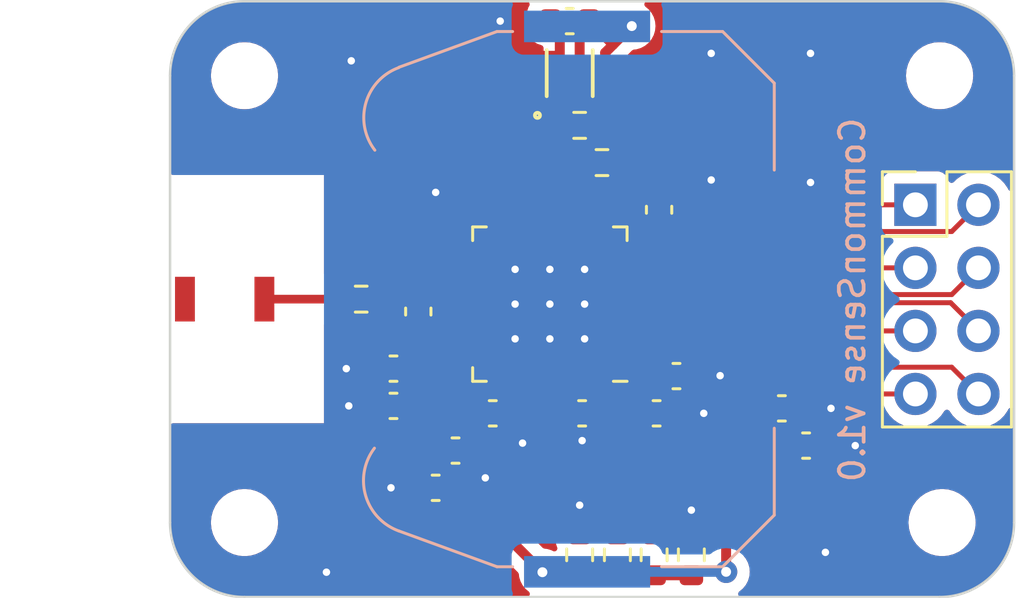
<source format=kicad_pcb>
(kicad_pcb (version 20221018) (generator pcbnew)
  (layers (0 "F.Cu" signal) (31 "B.Cu" signal) (34 "B.Paste" user) (35 "F.Paste" user) (36 "B.SilkS" user "B.Silkscreen") (37 "F.SilkS" user "F.Silkscreen") (38 "B.Mask" user) (39 "F.Mask" user) (44 "Edge.Cuts" user))
  (net 0 "")
  (net 1 "/RF")
  (net 2 "+3V3")
  (net 3 "GND")
  (net 4 "/XL1")
  (net 5 "/XL2")
  (net 6 "/DEC1")
  (net 7 "/DEC4")
  (net 8 "/DEC3")
  (net 9 "/DEC2")
  (net 10 "/XC1")
  (net 11 "/XC2")
  (net 12 "/ANT")
  (net 13 "/LED_RES1")
  (net 14 "/LED_RES2")
  (net 15 "/P0.09")
  (net 16 "/P0.08")
  (net 17 "/P0.07")
  (net 18 "/P0.06")
  (net 19 "/AIN3")
  (net 20 "/AIN2")
  (net 21 "/AIN1")
  (net 22 "/AIN0")
  (net 23 "/STATUS_LED1")
  (net 24 "/STATUS_LED2")
  (net 34 "/RESET")
  (net 35 "/SWDCLK")
  (net 36 "/SWDIO")
  (net 47 "/SDA")
  (net 48 "/SCL")
  (footprint "Capacitor_SMD:C_0603_1608Metric" (layer "F.Cu") (at 145 70.8 180)
    (fp_text reference "C9" hide)
    (fp_text value "N.C." hide)
    (fp_line (start -0.14058 -0.51) (end 0.14058 -0.51) (stroke (width 0.12)) (layer "F.SilkS"))
    (fp_line (start -0.14058 0.51) (end 0.14058 0.51) (stroke (width 0.12)) (layer "F.SilkS"))
    (pad "1" smd roundrect (at -0.775 0 180) (size 0.9 0.95) (layers "F.Cu" "F.Paste" "F.Mask") (net 9 "/DEC2"))
    (pad "2" smd roundrect (at 0.775 0 180) (size 0.9 0.95) (layers "F.Cu" "F.Paste" "F.Mask") (net 3 "GND"))
  )
  (footprint "Capacitor_SMD:C_0603_1608Metric" (layer "F.Cu") (at 156.4 71.1 180)
    (fp_text reference "C3" hide)
    (fp_text value "100n" hide)
    (fp_line (start -0.14058 -0.51) (end 0.14058 -0.51) (stroke (width 0.12)) (layer "F.SilkS"))
    (fp_line (start -0.14058 0.51) (end 0.14058 0.51) (stroke (width 0.12)) (layer "F.SilkS"))
    (pad "1" smd roundrect (at -0.775 0 180) (size 0.9 0.95) (layers "F.Cu" "F.Paste" "F.Mask") (net 3 "GND"))
    (pad "2" smd roundrect (at 0.775 0 180) (size 0.9 0.95) (layers "F.Cu" "F.Paste" "F.Mask") (net 6 "/DEC1"))
  )
  (footprint "MountingHole:MountingHole_2.2mm_M2" (layer "F.Cu") (at 167.1 77)
    (fp_text reference "H4" hide)
    (fp_text value "MountingHole" hide)
    (pad "" np_thru_hole circle locked (at 0 0) (size 2.2 2.2) (drill 2.2) (layers "*.Cu" "*.Mask"))
  )
  (footprint "MountingHole:MountingHole_2.2mm_M2" (layer "F.Cu") (at 139 77)
    (fp_text reference "H1" hide)
    (fp_text value "MountingHole" hide)
    (pad "" np_thru_hole circle locked (at 0 0) (size 2.2 2.2) (drill 2.2) (layers "*.Cu" "*.Mask"))
  )
  (footprint "Connector_PinHeader_2.54mm:PinHeader_2x04_P2.54mm_Vertical" (layer "F.Cu") (at 166.025 64.2)
    (fp_text reference "J1" hide)
    (fp_text value "Conn_02x04_Counter_Clockwise" hide)
    (fp_line (start -1.33 -1.33) (end 0 -1.33) (stroke (width 0.12)) (layer "F.SilkS"))
    (fp_line (start -1.33 0) (end -1.33 -1.33) (stroke (width 0.12)) (layer "F.SilkS"))
    (fp_line (start -1.33 1.27) (end -1.33 8.95) (stroke (width 0.12)) (layer "F.SilkS"))
    (fp_line (start -1.33 1.27) (end 1.27 1.27) (stroke (width 0.12)) (layer "F.SilkS"))
    (fp_line (start -1.33 8.95) (end 3.87 8.95) (stroke (width 0.12)) (layer "F.SilkS"))
    (fp_line (start 1.27 -1.33) (end 3.87 -1.33) (stroke (width 0.12)) (layer "F.SilkS"))
    (fp_line (start 1.27 1.27) (end 1.27 -1.33) (stroke (width 0.12)) (layer "F.SilkS"))
    (fp_line (start 3.87 -1.33) (end 3.87 8.95) (stroke (width 0.12)) (layer "F.SilkS"))
    (pad "1" thru_hole rect (at 0 0) (size 1.7 1.7) (drill 1) (layers "*.Cu" "*.Mask") (net 15 "/P0.09"))
    (pad "2" thru_hole oval (at 2.54 0) (size 1.7 1.7) (drill 1) (layers "*.Cu" "*.Mask") (net 16 "/P0.08"))
    (pad "3" thru_hole oval (at 0 2.54) (size 1.7 1.7) (drill 1) (layers "*.Cu" "*.Mask") (net 17 "/P0.07"))
    (pad "4" thru_hole oval (at 2.54 2.54) (size 1.7 1.7) (drill 1) (layers "*.Cu" "*.Mask") (net 18 "/P0.06"))
    (pad "5" thru_hole oval (at 0 5.08) (size 1.7 1.7) (drill 1) (layers "*.Cu" "*.Mask") (net 20 "/AIN2"))
    (pad "6" thru_hole oval (at 2.54 5.08) (size 1.7 1.7) (drill 1) (layers "*.Cu" "*.Mask") (net 19 "/AIN3"))
    (pad "7" thru_hole oval (at 0 7.62) (size 1.7 1.7) (drill 1) (layers "*.Cu" "*.Mask") (net 22 "/AIN0"))
    (pad "8" thru_hole oval (at 2.54 7.62) (size 1.7 1.7) (drill 1) (layers "*.Cu" "*.Mask") (net 21 "/AIN1"))
  )
  (footprint "encyclopedia_galactica:ECS-.327-12.5-12R-TR" (layer "F.Cu") (at 160.076228 75.527211 180)
    (fp_text reference "Y1" hide)
    (fp_text value " ECS-.327-12.5-12R-TR " hide)
    (pad "1" smd rect (at -0.7 0 180) (size 0.6 1.1) (layers "F.Cu" "F.Paste" "F.Mask") (net 5 "/XL2"))
    (pad "2" smd rect (at 0.7 0 180) (size 0.6 1.1) (layers "F.Cu" "F.Paste" "F.Mask") (net 4 "/XL1"))
  )
  (footprint "encyclopedia_galactica:2108838-1" (layer "F.Cu") (at 135.7 68)
    (fp_text reference "2108838-1" hide)
    (fp_text value "~" hide)
    (pad "1" smd rect (at 4.1 0) (size 0.8 1.8) (layers "F.Cu" "F.Paste" "F.Mask") (net 1 "/RF"))
    (pad "2" smd rect (at 0.9 0) (size 0.8 1.8) (layers "F.Cu" "F.Paste" "F.Mask"))
    (zone (net 0) (net_name "") (layers "*.Cu") (connect_pads (clearance 0)) (min_thickness 0.25)
      (keepout (tracks allowed) (vias not_allowed) (pads allowed) (copperpour not_allowed) (footprints not_allowed))
      (fill (thermal_gap 0.5) (thermal_bridge_width 0.5))
      (polygon (pts (xy 129.2 63) (xy 129.2 73) (xy 142.2 73) (xy 142.2 63)))
    )
  )
  (footprint "MountingHole:MountingHole_2.2mm_M2" (layer "F.Cu") (at 139 59)
    (fp_text reference "H2" hide)
    (fp_text value "MountingHole" hide)
    (pad "" np_thru_hole circle locked (at 0 0) (size 2.2 2.2) (drill 2.2) (layers "*.Cu" "*.Mask"))
  )
  (footprint "Resistor_SMD:R_0603_1608Metric" (layer "F.Cu") (at 154.02 78.3 -90)
    (fp_text reference "R2" hide)
    (fp_text value "R" hide)
    (fp_line (start -0.237258 -0.5225) (end 0.237258 -0.5225) (stroke (width 0.12)) (layer "F.SilkS"))
    (fp_line (start -0.237258 0.5225) (end 0.237258 0.5225) (stroke (width 0.12)) (layer "F.SilkS"))
    (pad "1" smd roundrect (at -0.825 0 270) (size 0.8 0.95) (layers "F.Cu" "F.Paste" "F.Mask") (net 24 "/STATUS_LED2"))
    (pad "2" smd roundrect (at 0.825 0 270) (size 0.8 0.95) (layers "F.Cu" "F.Paste" "F.Mask") (net 14 "/LED_RES2"))
  )
  (footprint "Resistor_SMD:R_0603_1608Metric" (layer "F.Cu") (at 157 78.3 -90)
    (fp_text reference "D1" hide)
    (fp_text value "LED" hide)
    (fp_line (start -0.237258 -0.5225) (end 0.237258 -0.5225) (stroke (width 0.12)) (layer "F.SilkS"))
    (fp_line (start -0.237258 0.5225) (end 0.237258 0.5225) (stroke (width 0.12)) (layer "F.SilkS"))
    (pad "1" smd roundrect (at -0.825 0 270) (size 0.8 0.95) (layers "F.Cu" "F.Paste" "F.Mask") (net 3 "GND"))
    (pad "2" smd roundrect (at 0.825 0 270) (size 0.8 0.95) (layers "F.Cu" "F.Paste" "F.Mask") (net 13 "/LED_RES1"))
  )
  (footprint "Package_DFN_QFN:QFN-48-1EP_6x6mm_P0.4mm_EP4.6x4.6mm" (layer "F.Cu") (at 151.3 68.2 180)
    (fp_text reference "U1" hide)
    (fp_text value "NRF52810-QFAA-R7" hide)
    (fp_line (start -3.11 3.11) (end -3.11 2.56) (stroke (width 0.12)) (layer "F.SilkS"))
    (fp_line (start -2.56 -3.11) (end -3.11 -3.11) (stroke (width 0.12)) (layer "F.SilkS"))
    (fp_line (start -2.56 3.11) (end -3.11 3.11) (stroke (width 0.12)) (layer "F.SilkS"))
    (fp_line (start 2.56 -3.11) (end 3.11 -3.11) (stroke (width 0.12)) (layer "F.SilkS"))
    (fp_line (start 2.56 3.11) (end 3.11 3.11) (stroke (width 0.12)) (layer "F.SilkS"))
    (fp_line (start 3.11 -3.11) (end 3.11 -2.56) (stroke (width 0.12)) (layer "F.SilkS"))
    (fp_line (start 3.11 3.11) (end 3.11 2.56) (stroke (width 0.12)) (layer "F.SilkS"))
    (pad "1" smd roundrect (at -2.95 -2.2 180) (size 0.8 0.2) (layers "F.Cu" "F.Paste" "F.Mask") (net 6 "/DEC1"))
    (pad "2" smd roundrect (at -2.95 -1.8 180) (size 0.8 0.2) (layers "F.Cu" "F.Paste" "F.Mask") (net 4 "/XL1"))
    (pad "3" smd roundrect (at -2.95 -1.4 180) (size 0.8 0.2) (layers "F.Cu" "F.Paste" "F.Mask") (net 5 "/XL2"))
    (pad "4" smd roundrect (at -2.95 -1 180) (size 0.8 0.2) (layers "F.Cu" "F.Paste" "F.Mask") (net 22 "/AIN0"))
    (pad "5" smd roundrect (at -2.95 -0.6 180) (size 0.8 0.2) (layers "F.Cu" "F.Paste" "F.Mask") (net 21 "/AIN1"))
    (pad "6" smd roundrect (at -2.95 -0.2 180) (size 0.8 0.2) (layers "F.Cu" "F.Paste" "F.Mask") (net 20 "/AIN2"))
    (pad "7" smd roundrect (at -2.95 0.2 180) (size 0.8 0.2) (layers "F.Cu" "F.Paste" "F.Mask") (net 19 "/AIN3"))
    (pad "8" smd roundrect (at -2.95 0.6 180) (size 0.8 0.2) (layers "F.Cu" "F.Paste" "F.Mask") (net 18 "/P0.06"))
    (pad "9" smd roundrect (at -2.95 1 180) (size 0.8 0.2) (layers "F.Cu" "F.Paste" "F.Mask") (net 17 "/P0.07"))
    (pad "10" smd roundrect (at -2.95 1.4 180) (size 0.8 0.2) (layers "F.Cu" "F.Paste" "F.Mask") (net 16 "/P0.08"))
    (pad "11" smd roundrect (at -2.95 1.8 180) (size 0.8 0.2) (layers "F.Cu" "F.Paste" "F.Mask") (net 15 "/P0.09"))
    (pad "12" smd roundrect (at -2.95 2.2 180) (size 0.8 0.2) (layers "F.Cu" "F.Paste" "F.Mask"))
    (pad "13" smd roundrect (at -2.2 2.95 180) (size 0.2 0.8) (layers "F.Cu" "F.Paste" "F.Mask") (net 2 "+3V3"))
    (pad "14" smd roundrect (at -1.8 2.95 180) (size 0.2 0.8) (layers "F.Cu" "F.Paste" "F.Mask"))
    (pad "15" smd roundrect (at -1.4 2.95 180) (size 0.2 0.8) (layers "F.Cu" "F.Paste" "F.Mask"))
    (pad "16" smd roundrect (at -1 2.95 180) (size 0.2 0.8) (layers "F.Cu" "F.Paste" "F.Mask") (net 48 "/SCL"))
    (pad "17" smd roundrect (at -0.6 2.95 180) (size 0.2 0.8) (layers "F.Cu" "F.Paste" "F.Mask") (net 47 "/SDA"))
    (pad "18" smd roundrect (at -0.2 2.95 180) (size 0.2 0.8) (layers "F.Cu" "F.Paste" "F.Mask"))
    (pad "19" smd roundrect (at 0.2 2.95 180) (size 0.2 0.8) (layers "F.Cu" "F.Paste" "F.Mask"))
    (pad "20" smd roundrect (at 0.6 2.95 180) (size 0.2 0.8) (layers "F.Cu" "F.Paste" "F.Mask"))
    (pad "21" smd roundrect (at 1 2.95 180) (size 0.2 0.8) (layers "F.Cu" "F.Paste" "F.Mask"))
    (pad "22" smd roundrect (at 1.4 2.95 180) (size 0.2 0.8) (layers "F.Cu" "F.Paste" "F.Mask"))
    (pad "23" smd roundrect (at 1.8 2.95 180) (size 0.2 0.8) (layers "F.Cu" "F.Paste" "F.Mask"))
    (pad "24" smd roundrect (at 2.2 2.95 180) (size 0.2 0.8) (layers "F.Cu" "F.Paste" "F.Mask") (net 34 "/RESET"))
    (pad "25" smd roundrect (at 2.95 2.2 180) (size 0.8 0.2) (layers "F.Cu" "F.Paste" "F.Mask") (net 35 "/SWDCLK"))
    (pad "26" smd roundrect (at 2.95 1.8 180) (size 0.8 0.2) (layers "F.Cu" "F.Paste" "F.Mask") (net 36 "/SWDIO"))
    (pad "27" smd roundrect (at 2.95 1.4 180) (size 0.8 0.2) (layers "F.Cu" "F.Paste" "F.Mask"))
    (pad "28" smd roundrect (at 2.95 1 180) (size 0.8 0.2) (layers "F.Cu" "F.Paste" "F.Mask"))
    (pad "29" smd roundrect (at 2.95 0.6 180) (size 0.8 0.2) (layers "F.Cu" "F.Paste" "F.Mask"))
    (pad "30" smd roundrect (at 2.95 0.2 180) (size 0.8 0.2) (layers "F.Cu" "F.Paste" "F.Mask") (net 12 "/ANT"))
    (pad "31" smd roundrect (at 2.95 -0.2 180) (size 0.8 0.2) (layers "F.Cu" "F.Paste" "F.Mask") (net 3 "GND"))
    (pad "32" smd roundrect (at 2.95 -0.6 180) (size 0.8 0.2) (layers "F.Cu" "F.Paste" "F.Mask") (net 9 "/DEC2"))
    (pad "33" smd roundrect (at 2.95 -1 180) (size 0.8 0.2) (layers "F.Cu" "F.Paste" "F.Mask") (net 8 "/DEC3"))
    (pad "34" smd roundrect (at 2.95 -1.4 180) (size 0.8 0.2) (layers "F.Cu" "F.Paste" "F.Mask") (net 11 "/XC2"))
    (pad "35" smd roundrect (at 2.95 -1.8 180) (size 0.8 0.2) (layers "F.Cu" "F.Paste" "F.Mask") (net 10 "/XC1"))
    (pad "36" smd roundrect (at 2.95 -2.2 180) (size 0.8 0.2) (layers "F.Cu" "F.Paste" "F.Mask") (net 2 "+3V3"))
    (pad "37" smd roundrect (at 2.2 -2.95 180) (size 0.2 0.8) (layers "F.Cu" "F.Paste" "F.Mask"))
    (pad "38" smd roundrect (at 1.8 -2.95 180) (size 0.2 0.8) (layers "F.Cu" "F.Paste" "F.Mask"))
    (pad "39" smd roundrect (at 1.4 -2.95 180) (size 0.2 0.8) (layers "F.Cu" "F.Paste" "F.Mask"))
    (pad "40" smd roundrect (at 1 -2.95 180) (size 0.2 0.8) (layers "F.Cu" "F.Paste" "F.Mask"))
    (pad "41" smd roundrect (at 0.6 -2.95 180) (size 0.2 0.8) (layers "F.Cu" "F.Paste" "F.Mask") (net 24 "/STATUS_LED2"))
    (pad "42" smd roundrect (at 0.2 -2.95 180) (size 0.2 0.8) (layers "F.Cu" "F.Paste" "F.Mask") (net 23 "/STATUS_LED1"))
    (pad "43" smd roundrect (at -0.2 -2.95 180) (size 0.2 0.8) (layers "F.Cu" "F.Paste" "F.Mask"))
    (pad "44" smd roundrect (at -0.6 -2.95 180) (size 0.2 0.8) (layers "F.Cu" "F.Paste" "F.Mask"))
    (pad "45" smd roundrect (at -1 -2.95 180) (size 0.2 0.8) (layers "F.Cu" "F.Paste" "F.Mask") (net 3 "GND"))
    (pad "46" smd roundrect (at -1.4 -2.95 180) (size 0.2 0.8) (layers "F.Cu" "F.Paste" "F.Mask") (net 7 "/DEC4"))
    (pad "47" smd roundrect (at -1.8 -2.95 180) (size 0.2 0.8) (layers "F.Cu" "F.Paste" "F.Mask"))
    (pad "48" smd roundrect (at -2.2 -2.95 180) (size 0.2 0.8) (layers "F.Cu" "F.Paste" "F.Mask") (net 2 "+3V3"))
    (pad "49" smd rect (at 0 0 180) (size 4.6 4.6) (layers "F.Cu" "F.Mask") (net 3 "GND"))
  )
  (footprint "Capacitor_SMD:C_0603_1608Metric" (layer "F.Cu") (at 145 72.3 180)
    (fp_text reference "C8" hide)
    (fp_text value "100pF" hide)
    (fp_line (start -0.14058 -0.51) (end 0.14058 -0.51) (stroke (width 0.12)) (layer "F.SilkS"))
    (fp_line (start -0.14058 0.51) (end 0.14058 0.51) (stroke (width 0.12)) (layer "F.SilkS"))
    (pad "1" smd roundrect (at -0.775 0 180) (size 0.9 0.95) (layers "F.Cu" "F.Paste" "F.Mask") (net 8 "/DEC3"))
    (pad "2" smd roundrect (at 0.775 0 180) (size 0.9 0.95) (layers "F.Cu" "F.Paste" "F.Mask") (net 3 "GND"))
  )
  (footprint "Capacitor_SMD:C_0603_1608Metric" (layer "F.Cu") (at 155.6 72.6 180)
    (fp_text reference "C5" hide)
    (fp_text value "4u7" hide)
    (fp_line (start -0.14058 -0.51) (end 0.14058 -0.51) (stroke (width 0.12)) (layer "F.SilkS"))
    (fp_line (start -0.14058 0.51) (end 0.14058 0.51) (stroke (width 0.12)) (layer "F.SilkS"))
    (pad "1" smd roundrect (at -0.775 0 180) (size 0.9 0.95) (layers "F.Cu" "F.Paste" "F.Mask") (net 3 "GND"))
    (pad "2" smd roundrect (at 0.775 0 180) (size 0.9 0.95) (layers "F.Cu" "F.Paste" "F.Mask") (net 2 "+3V3"))
  )
  (footprint "Capacitor_SMD:C_0603_1608Metric" (layer "F.Cu") (at 147.5 74.1)
    (fp_text reference "C11" hide)
    (fp_text value "12pF" hide)
    (fp_line (start -0.14058 -0.51) (end 0.14058 -0.51) (stroke (width 0.12)) (layer "F.SilkS"))
    (fp_line (start -0.14058 0.51) (end 0.14058 0.51) (stroke (width 0.12)) (layer "F.SilkS"))
    (pad "1" smd roundrect (at -0.775 0) (size 0.9 0.95) (layers "F.Cu" "F.Paste" "F.Mask") (net 11 "/XC2"))
    (pad "2" smd roundrect (at 0.775 0) (size 0.9 0.95) (layers "F.Cu" "F.Paste" "F.Mask") (net 3 "GND"))
  )
  (footprint "Resistor_SMD:R_0603_1608Metric" (layer "F.Cu") (at 152.5 61 180)
    (fp_text reference "R4" hide)
    (fp_text value "10k" hide)
    (fp_line (start -0.237258 -0.5225) (end 0.237258 -0.5225) (stroke (width 0.12)) (layer "F.SilkS"))
    (fp_line (start -0.237258 0.5225) (end 0.237258 0.5225) (stroke (width 0.12)) (layer "F.SilkS"))
    (pad "1" smd roundrect (at -0.825 0 180) (size 0.8 0.95) (layers "F.Cu" "F.Paste" "F.Mask") (net 2 "+3V3"))
    (pad "2" smd roundrect (at 0.825 0 180) (size 0.8 0.95) (layers "F.Cu" "F.Paste" "F.Mask") (net 47 "/SDA"))
  )
  (footprint "Resistor_SMD:R_0603_1608Metric" (layer "F.Cu") (at 155.5 78.3 -90)
    (fp_text reference "R1" hide)
    (fp_text value "R" hide)
    (fp_line (start -0.237258 -0.5225) (end 0.237258 -0.5225) (stroke (width 0.12)) (layer "F.SilkS"))
    (fp_line (start -0.237258 0.5225) (end 0.237258 0.5225) (stroke (width 0.12)) (layer "F.SilkS"))
    (pad "1" smd roundrect (at -0.825 0 270) (size 0.8 0.95) (layers "F.Cu" "F.Paste" "F.Mask") (net 23 "/STATUS_LED1"))
    (pad "2" smd roundrect (at 0.825 0 270) (size 0.8 0.95) (layers "F.Cu" "F.Paste" "F.Mask") (net 13 "/LED_RES1"))
  )
  (footprint "MountingHole:MountingHole_2.2mm_M2" (layer "F.Cu") (at 167 59)
    (fp_text reference "H3" hide)
    (fp_text value "MountingHole" hide)
    (pad "" np_thru_hole circle locked (at 0 0) (size 2.2 2.2) (drill 2.2) (layers "*.Cu" "*.Mask"))
  )
  (footprint "Resistor_SMD:R_0603_1608Metric" (layer "F.Cu") (at 143.7 68 180)
    (fp_text reference "L1" hide)
    (fp_text value "3.9nH" hide)
    (fp_line (start -0.237258 -0.5225) (end 0.237258 -0.5225) (stroke (width 0.12)) (layer "F.SilkS"))
    (fp_line (start -0.237258 0.5225) (end 0.237258 0.5225) (stroke (width 0.12)) (layer "F.SilkS"))
    (pad "1" smd roundrect (at -0.825 0 180) (size 0.8 0.95) (layers "F.Cu" "F.Paste" "F.Mask") (net 12 "/ANT"))
    (pad "2" smd roundrect (at 0.825 0 180) (size 0.8 0.95) (layers "F.Cu" "F.Paste" "F.Mask") (net 1 "/RF"))
  )
  (footprint "Resistor_SMD:R_0603_1608Metric" (layer "F.Cu") (at 153.4 62.5)
    (fp_text reference "R3" hide)
    (fp_text value "10k" hide)
    (fp_line (start -0.237258 -0.5225) (end 0.237258 -0.5225) (stroke (width 0.12)) (layer "F.SilkS"))
    (fp_line (start -0.237258 0.5225) (end 0.237258 0.5225) (stroke (width 0.12)) (layer "F.SilkS"))
    (pad "1" smd roundrect (at -0.825 0) (size 0.8 0.95) (layers "F.Cu" "F.Paste" "F.Mask") (net 48 "/SCL"))
    (pad "2" smd roundrect (at 0.825 0) (size 0.8 0.95) (layers "F.Cu" "F.Paste" "F.Mask") (net 2 "+3V3"))
  )
  (footprint "Capacitor_SMD:C_0603_1608Metric" (layer "F.Cu") (at 149 72.6 180)
    (fp_text reference "C7" hide)
    (fp_text value "100n" hide)
    (fp_line (start -0.14058 -0.51) (end 0.14058 -0.51) (stroke (width 0.12)) (layer "F.SilkS"))
    (fp_line (start -0.14058 0.51) (end 0.14058 0.51) (stroke (width 0.12)) (layer "F.SilkS"))
    (pad "1" smd roundrect (at -0.775 0 180) (size 0.9 0.95) (layers "F.Cu" "F.Paste" "F.Mask") (net 3 "GND"))
    (pad "2" smd roundrect (at 0.775 0 180) (size 0.9 0.95) (layers "F.Cu" "F.Paste" "F.Mask") (net 2 "+3V3"))
  )
  (footprint "Capacitor_SMD:C_0603_1608Metric" (layer "F.Cu") (at 152.1 56.8 180)
    (fp_text reference "C13" hide)
    (fp_text value "100n" hide)
    (fp_line (start -0.14058 -0.51) (end 0.14058 -0.51) (stroke (width 0.12)) (layer "F.SilkS"))
    (fp_line (start -0.14058 0.51) (end 0.14058 0.51) (stroke (width 0.12)) (layer "F.SilkS"))
    (pad "1" smd roundrect (at -0.775 0 180) (size 0.9 0.95) (layers "F.Cu" "F.Paste" "F.Mask") (net 2 "+3V3"))
    (pad "2" smd roundrect (at 0.775 0 180) (size 0.9 0.95) (layers "F.Cu" "F.Paste" "F.Mask") (net 3 "GND"))
  )
  (footprint "Capacitor_SMD:C_0603_1608Metric" (layer "F.Cu") (at 161.62255 73.900001)
    (fp_text reference "C2" hide)
    (fp_text value "12pF" hide)
    (fp_line (start -0.14058 -0.51) (end 0.14058 -0.51) (stroke (width 0.12)) (layer "F.SilkS"))
    (fp_line (start -0.14058 0.51) (end 0.14058 0.51) (stroke (width 0.12)) (layer "F.SilkS"))
    (pad "1" smd roundrect (at -0.775 0) (size 0.9 0.95) (layers "F.Cu" "F.Paste" "F.Mask") (net 5 "/XL2"))
    (pad "2" smd roundrect (at 0.775 0) (size 0.9 0.95) (layers "F.Cu" "F.Paste" "F.Mask") (net 3 "GND"))
  )
  (footprint "Capacitor_SMD:C_0603_1608Metric" (layer "F.Cu") (at 155.7 64.4 -90)
    (fp_text reference "C4" hide)
    (fp_text value "100n" hide)
    (fp_line (start -0.14058 -0.51) (end 0.14058 -0.51) (stroke (width 0.12)) (layer "F.SilkS"))
    (fp_line (start -0.14058 0.51) (end 0.14058 0.51) (stroke (width 0.12)) (layer "F.SilkS"))
    (pad "1" smd roundrect (at -0.775 0 270) (size 0.9 0.95) (layers "F.Cu" "F.Paste" "F.Mask") (net 3 "GND"))
    (pad "2" smd roundrect (at 0.775 0 270) (size 0.9 0.95) (layers "F.Cu" "F.Paste" "F.Mask") (net 2 "+3V3"))
  )
  (footprint "encyclopedia_galactica:DFN4_SHT41_SEN" (layer "F.Cu") (at 152.1 58.8969 90)
    (fp_text reference "U2" hide)
    (fp_text value "SHT41-AD1B-R2" hide)
    (fp_line (start -0.9271 0.9271) (end 0.9271 0.9271) (stroke (width 0.1524)) (layer "F.SilkS"))
    (fp_line (start 0.9271 -0.9271) (end -0.9271 -0.9271) (stroke (width 0.1524)) (layer "F.SilkS"))
    (fp_circle (center -1.7 -1.3) (end -1.5984 -1.3) (stroke (width 0.1524)) (fill none) (layer "F.SilkS"))
    (pad "1" smd rect (at -0.7469 -0.40005 90) (size 0.706399 0.3056) (layers "F.Cu" "F.Paste" "F.Mask") (net 47 "/SDA"))
    (pad "2" smd rect (at -0.7469 0.40005 90) (size 0.706399 0.3056) (layers "F.Cu" "F.Paste" "F.Mask") (net 48 "/SCL"))
    (pad "3" smd rect (at 0.7469 0.40005 90) (size 0.706399 0.3056) (layers "F.Cu" "F.Paste" "F.Mask") (net 2 "+3V3"))
    (pad "4" smd rect (at 0.7469 -0.40005 90) (size 0.706399 0.3056) (layers "F.Cu" "F.Paste" "F.Mask") (net 3 "GND"))
  )
  (footprint "Capacitor_SMD:C_0603_1608Metric" (layer "F.Cu") (at 160.6451 72.400001)
    (fp_text reference "C1" hide)
    (fp_text value "12pF" hide)
    (fp_line (start -0.14058 -0.51) (end 0.14058 -0.51) (stroke (width 0.12)) (layer "F.SilkS"))
    (fp_line (start -0.14058 0.51) (end 0.14058 0.51) (stroke (width 0.12)) (layer "F.SilkS"))
    (pad "1" smd roundrect (at -0.775 0) (size 0.9 0.95) (layers "F.Cu" "F.Paste" "F.Mask") (net 4 "/XL1"))
    (pad "2" smd roundrect (at 0.775 0) (size 0.9 0.95) (layers "F.Cu" "F.Paste" "F.Mask") (net 3 "GND"))
  )
  (footprint "encyclopedia_galactica:ABM11W-30.0000MHZ-7-D1X-T3" (layer "F.Cu") (at 146.7625 77.5)
    (fp_text reference "Y2" hide)
    (fp_text value "ABM11W-32.0000MHZ-7-D1X-T3 " hide)
    (pad "1" smd rect (at -0.637 -0.487 90) (size 0.775 0.875) (layers "F.Cu" "F.Paste" "F.Mask") (net 3 "GND"))
    (pad "2" smd rect (at 0.637 -0.487 90) (size 0.775 0.875) (layers "F.Cu" "F.Paste" "F.Mask") (net 10 "/XC1"))
    (pad "3" smd rect (at -0.637 0.487 90) (size 0.775 0.875) (layers "F.Cu" "F.Paste" "F.Mask") (net 11 "/XC2"))
    (pad "4" smd rect (at 0.637 0.487 90) (size 0.775 0.875) (layers "F.Cu" "F.Paste" "F.Mask") (net 3 "GND"))
  )
  (footprint "Capacitor_SMD:C_0603_1608Metric" (layer "F.Cu") (at 146 68.5 90)
    (fp_text reference "C12" hide)
    (fp_text value "0.8pF" hide)
    (fp_line (start -0.14058 -0.51) (end 0.14058 -0.51) (stroke (width 0.12)) (layer "F.SilkS"))
    (fp_line (start -0.14058 0.51) (end 0.14058 0.51) (stroke (width 0.12)) (layer "F.SilkS"))
    (pad "1" smd roundrect (at -0.775 0 90) (size 0.9 0.95) (layers "F.Cu" "F.Paste" "F.Mask") (net 3 "GND"))
    (pad "2" smd roundrect (at 0.775 0 90) (size 0.9 0.95) (layers "F.Cu" "F.Paste" "F.Mask") (net 12 "/ANT"))
  )
  (footprint "Capacitor_SMD:C_0603_1608Metric" (layer "F.Cu") (at 152.6 72.6 180)
    (fp_text reference "C6" hide)
    (fp_text value "1u" hide)
    (fp_line (start -0.14058 -0.51) (end 0.14058 -0.51) (stroke (width 0.12)) (layer "F.SilkS"))
    (fp_line (start -0.14058 0.51) (end 0.14058 0.51) (stroke (width 0.12)) (layer "F.SilkS"))
    (pad "1" smd roundrect (at -0.775 0 180) (size 0.9 0.95) (layers "F.Cu" "F.Paste" "F.Mask") (net 7 "/DEC4"))
    (pad "2" smd roundrect (at 0.775 0 180) (size 0.9 0.95) (layers "F.Cu" "F.Paste" "F.Mask") (net 3 "GND"))
  )
  (footprint "Resistor_SMD:R_0603_1608Metric" (layer "F.Cu") (at 152.5 78.3 -90)
    (fp_text reference "D2" hide)
    (fp_text value "LED" hide)
    (fp_line (start -0.237258 -0.5225) (end 0.237258 -0.5225) (stroke (width 0.12)) (layer "F.SilkS"))
    (fp_line (start -0.237258 0.5225) (end 0.237258 0.5225) (stroke (width 0.12)) (layer "F.SilkS"))
    (pad "1" smd roundrect (at -0.825 0 270) (size 0.8 0.95) (layers "F.Cu" "F.Paste" "F.Mask") (net 3 "GND"))
    (pad "2" smd roundrect (at 0.825 0 270) (size 0.8 0.95) (layers "F.Cu" "F.Paste" "F.Mask") (net 14 "/LED_RES2"))
  )
  (footprint "Capacitor_SMD:C_0603_1608Metric" (layer "F.Cu") (at 146.7 75.6 180)
    (fp_text reference "C10" hide)
    (fp_text value "12pF" hide)
    (fp_line (start -0.14058 -0.51) (end 0.14058 -0.51) (stroke (width 0.12)) (layer "F.SilkS"))
    (fp_line (start -0.14058 0.51) (end 0.14058 0.51) (stroke (width 0.12)) (layer "F.SilkS"))
    (pad "1" smd roundrect (at -0.775 0 180) (size 0.9 0.95) (layers "F.Cu" "F.Paste" "F.Mask") (net 10 "/XC1"))
    (pad "2" smd roundrect (at 0.775 0 180) (size 0.9 0.95) (layers "F.Cu" "F.Paste" "F.Mask") (net 3 "GND"))
  )
  (footprint "Battery:BatteryHolder_Keystone_3034_1x20mm" (layer "B.Cu") (at 152.8 68 90)
    (fp_text reference "BT1" hide)
    (fp_text value "Battery_Cell" hide)
    (fp_line (start -10.78 -3.63) (end -9.34 -7.58) (stroke (width 0.12)) (layer "B.SilkS"))
    (fp_line (start -10.78 -3) (end -10.78 -3.63) (stroke (width 0.12)) (layer "B.SilkS"))
    (fp_line (start -10.78 5.46) (end -10.78 3) (stroke (width 0.12)) (layer "B.SilkS"))
    (fp_line (start -8.7 7.54) (end -10.78 5.46) (stroke (width 0.12)) (layer "B.SilkS"))
    (fp_line (start -5.2 7.54) (end -8.7 7.54) (stroke (width 0.12)) (layer "B.SilkS"))
    (fp_line (start 8.7 7.54) (end 5.2 7.54) (stroke (width 0.12)) (layer "B.SilkS"))
    (fp_line (start 8.7 7.54) (end 10.78 5.46) (stroke (width 0.12)) (layer "B.SilkS"))
    (fp_line (start 10.78 -3.63) (end 9.34 -7.58) (stroke (width 0.12)) (layer "B.SilkS"))
    (fp_line (start 10.78 -3) (end 10.78 -3.63) (stroke (width 0.12)) (layer "B.SilkS"))
    (fp_line (start 10.78 5.46) (end 10.78 3) (stroke (width 0.12)) (layer "B.SilkS"))
    (fp_arc (start -9.34 -7.58) (mid -7.921654 -8.918738) (end -6.003354 -8.56653) (stroke (width 0.12)) (layer "B.SilkS"))
    (fp_arc (start 6 -8.55) (mid 7.90634 -8.911669) (end 9.325243 -7.588169) (stroke (width 0.12)) (layer "B.SilkS"))
    (pad "1" smd rect (at -10.985 0 90) (size 1.27 5.08) (layers "B.Cu" "B.Paste" "B.Mask") (net 2 "+3V3"))
    (pad "1" smd rect (at 10.985 0 90) (size 1.27 5.08) (layers "B.Cu" "B.Paste" "B.Mask") (net 2 "+3V3"))
    (pad "2" smd circle (at 0 0 90) (size 17.8 17.8) (layers "B.Cu" "B.Mask") (net 3 "GND"))
  )
  (gr_line locked (start 167 80) (end 139 80) (stroke (width 0.1)) (layer "Edge.Cuts"))
  (gr_line locked (start 170 59) (end 170 77) (stroke (width 0.1)) (layer "Edge.Cuts"))
  (gr_arc locked (start 138.999999 80.000001) (mid 136.878679 79.121321) (end 135.999999 77.000001) (stroke (width 0.1)) (layer "Edge.Cuts"))
  (gr_arc locked (start 167 56) (mid 169.12132 56.87868) (end 170 59) (stroke (width 0.1)) (layer "Edge.Cuts"))
  (gr_arc locked (start 135.999999 58.999999) (mid 136.878679 56.878679) (end 138.999999 55.999999) (stroke (width 0.1)) (layer "Edge.Cuts"))
  (gr_line locked (start 139 56) (end 167 56) (stroke (width 0.1)) (layer "Edge.Cuts"))
  (gr_arc locked (start 170.000001 77.000001) (mid 169.121321 79.121321) (end 167.000001 80.000001) (stroke (width 0.1)) (layer "Edge.Cuts"))
  (gr_line locked (start 136 77) (end 136 59) (stroke (width 0.1)) (layer "Edge.Cuts"))
  (gr_text "CommonSense v1.0" (at 162.9 60.6 90) (layer "B.SilkS") (effects (font (size 1 1)) (justify left top mirror)))
  (segment (start 142.875 68) (end 139.8 68) (width 0.35) (layer "F.Cu") (net 1))
  (segment (start 154.225 62.5) (end 153.527 62.5) (width 0.4) (layer "F.Cu") (net 2))
  (segment (start 148.225 72.6) (end 148.225 70.525) (width 0.4) (layer "F.Cu") (net 2))
  (segment (start 154.825 72.6) (end 153.6 71.375) (width 0.4) (layer "F.Cu") (net 2))
  (segment (start 148.323 70.427) (end 148.35 70.427) (width 0.4) (layer "F.Cu") (net 2))
  (segment (start 153.527 58.073) (end 153.527 62.5) (width 0.4) (layer "F.Cu") (net 2))
  (segment (start 153.6 71.375) (end 153.6 71.15) (width 0.4) (layer "F.Cu") (net 2))
  (segment (start 153.527 62.5) (end 153.527 65.25) (width 0.4) (layer "F.Cu") (net 2))
  (segment (start 149.4 73.775) (end 149.4 77.4) (width 0.4) (layer "F.Cu") (net 2))
  (segment (start 152.50005 58.1531) (end 152.50005 57.17495) (width 0.4) (layer "F.Cu") (net 2))
  (segment (start 152.9 56.8) (end 153.85 57.75) (width 0.4) (layer "F.Cu") (net 2))
  (segment (start 148.225 72.6) (end 149.4 73.775) (width 0.4) (layer "F.Cu") (net 2))
  (segment (start 153.527 65.25) (end 155.625 65.25) (width 0.4) (layer "F.Cu") (net 2))
  (segment (start 155.625 65.25) (end 155.7 65.175) (width 0.4) (layer "F.Cu") (net 2))
  (segment (start 152.875 56.8) (end 152.9 56.8) (width 0.4) (layer "F.Cu") (net 2))
  (segment (start 158.4 76.175) (end 154.825 72.6) (width 0.4) (layer "F.Cu") (net 2))
  (segment (start 152.50005 57.17495) (end 152.875 56.8) (width 0.4) (layer "F.Cu") (net 2))
  (segment (start 153.85 57.75) (end 154.6 57) (width 0.4) (layer "F.Cu") (net 2))
  (segment (start 153.85 57.75) (end 153.527 58.073) (width 0.4) (layer "F.Cu") (net 2))
  (segment (start 148.225 70.525) (end 148.323 70.427) (width 0.4) (layer "F.Cu") (net 2))
  (segment (start 149.4 77.4) (end 151 79) (width 0.4) (layer "F.Cu") (net 2))
  (segment (start 158.4 78.985) (end 158.4 76.175) (width 0.4) (layer "F.Cu") (net 2))
  (via (at 158.4 78.985) (size 0.9) (drill 0.4) (layers "F.Cu" "B.Cu") (net 2))
  (via (at 154.6 57) (size 0.9) (drill 0.4) (layers "F.Cu" "B.Cu") (net 2))
  (via (at 151 79) (size 0.9) (drill 0.4) (layers "F.Cu" "B.Cu") (net 2))
  (segment (start 158.4 78.985) (end 152.8 78.985) (width 0.4) (layer "B.Cu") (net 2))
  (segment (start 158.14136 71.1) (end 157.175 71.1) (width 0.4) (layer "F.Cu") (net 3))
  (segment (start 144.225 70.8) (end 143.1 70.8) (width 0.4) (layer "F.Cu") (net 3))
  (segment (start 158.15864 71.08272) (end 158.14136 71.1) (width 0.4) (layer "F.Cu") (net 3))
  (segment (start 152.3 71.15) (end 152.3 72.125) (width 0.2) (layer "F.Cu") (net 3))
  (segment (start 149.7 68.4) (end 149.9 68.2) (width 0.2) (layer "F.Cu") (net 3))
  (segment (start 151.69995 57.17495) (end 151.325 56.8) (width 0.4) (layer "F.Cu") (net 3))
  (segment (start 149.775 73.375) (end 150.2 73.8) (width 0.4) (layer "F.Cu") (net 3))
  (segment (start 151.325 56.8) (end 149.3 56.8) (width 0.4) (layer "F.Cu") (net 3))
  (segment (start 152.3 72.125) (end 151.825 72.6) (width 0.2) (layer "F.Cu") (net 3))
  (segment (start 151.825 72.925) (end 152.6 73.7) (width 0.4) (layer "F.Cu") (net 3))
  (segment (start 145.925 75.6) (end 144.9 75.6) (width 0.4) (layer "F.Cu") (net 3))
  (segment (start 148.375 74.1) (end 148.375 74.875) (width 0.4) (layer "F.Cu") (net 3))
  (segment (start 157 77.475) (end 157 76.5) (width 0.4) (layer "F.Cu") (net 3))
  (segment (start 161.420102 72.400001) (end 162.624999 72.400001) (width 0.4) (layer "F.Cu") (net 3))
  (segment (start 151.69995 58.1531) (end 151.69995 57.17495) (width 0.4) (layer "F.Cu") (net 3))
  (segment (start 144.225 72.3) (end 143.2 72.3) (width 0.4) (layer "F.Cu") (net 3))
  (segment (start 148.35 68.4) (end 148.312495 68.437505) (width 0.2) (layer "F.Cu") (net 3))
  (segment (start 152.5 77.475) (end 152.5 76.3) (width 0.4) (layer "F.Cu") (net 3))
  (segment (start 148.375 74.875) (end 148.7 75.2) (width 0.4) (layer "F.Cu") (net 3))
  (segment (start 156.375 72.6) (end 157.5 72.6) (width 0.4) (layer "F.Cu") (net 3))
  (segment (start 148.312495 68.437505) (end 146.837495 68.437505) (width 0.2) (layer "F.Cu") (net 3))
  (segment (start 149.775 72.6) (end 149.775 73.375) (width 0.4) (layer "F.Cu") (net 3))
  (segment (start 151.825 72.6) (end 151.825 72.925) (width 0.4) (layer "F.Cu") (net 3))
  (segment (start 146.837495 68.437505) (end 146 69.275) (width 0.2) (layer "F.Cu") (net 3))
  (segment (start 148.35 68.4) (end 149.7 68.4) (width 0.2) (layer "F.Cu") (net 3))
  (segment (start 162.39755 73.900001) (end 163.60245 73.899999) (width 0.4) (layer "F.Cu") (net 3))
  (via (at 157.5 72.6) (size 0.6) (drill 0.3) (layers "F.Cu" "B.Cu") (net 3))
  (via (at 151.3 69.6) (size 0.6) (drill 0.3) (layers "F.Cu" "B.Cu") (net 3))
  (via (at 142.3 79) (size 0.6) (drill 0.3) (layers "F.Cu" "B.Cu") (net 3))
  (via (at 162.4 78.2) (size 0.6) (drill 0.3) (layers "F.Cu" "B.Cu") (net 3))
  (via (at 158.15864 71.08272) (size 0.6) (drill 0.3) (layers "F.Cu" "B.Cu") (net 3))
  (via (at 161.8 58.1) (size 0.6) (drill 0.3) (layers "F.Cu" "B.Cu") (net 3))
  (via (at 144.9 75.6) (size 0.6) (drill 0.3) (layers "F.Cu" "B.Cu") (net 3))
  (via (at 157 76.5) (size 0.6) (drill 0.3) (layers "F.Cu" "B.Cu") (net 3))
  (via (at 148.7 75.2) (size 0.6) (drill 0.3) (layers "F.Cu" "B.Cu") (net 3))
  (via (at 149.9 68.2) (size 0.6) (drill 0.3) (layers "F.Cu" "B.Cu") (net 3))
  (via (at 162.624999 72.400001) (size 0.6) (drill 0.3) (layers "F.Cu" "B.Cu") (net 3))
  (via (at 161.8 63.3) (size 0.6) (drill 0.3) (layers "F.Cu" "B.Cu") (net 3))
  (via (at 152.5 76.3) (size 0.6) (drill 0.3) (layers "F.Cu" "B.Cu") (net 3))
  (via (at 149.3 56.8) (size 0.6) (drill 0.3) (layers "F.Cu" "B.Cu") (net 3))
  (via (at 149.9 66.8) (size 0.6) (drill 0.3) (layers "F.Cu" "B.Cu") (net 3))
  (via (at 149.9 69.6) (size 0.6) (drill 0.3) (layers "F.Cu" "B.Cu") (net 3))
  (via (at 146.7 63.7) (size 0.6) (drill 0.3) (layers "F.Cu" "B.Cu") (net 3))
  (via (at 157.8 63.2) (size 0.6) (drill 0.3) (layers "F.Cu" "B.Cu") (net 3))
  (via (at 150.2 73.8) (size 0.6) (drill 0.3) (layers "F.Cu" "B.Cu") (net 3))
  (via (at 143.3 58.4) (size 0.6) (drill 0.3) (layers "F.Cu" "B.Cu") (net 3))
  (via (at 163.60245 73.899999) (size 0.6) (drill 0.3) (layers "F.Cu" "B.Cu") (net 3))
  (via (at 152.7 68.2) (size 0.6) (drill 0.3) (layers "F.Cu" "B.Cu") (net 3))
  (via (at 151.3 68.2) (size 0.6) (drill 0.3) (layers "F.Cu" "B.Cu") (net 3))
  (via (at 152.6 73.7) (size 0.6) (drill 0.3) (layers "F.Cu" "B.Cu") (net 3))
  (via (at 157.8 58.1) (size 0.6) (drill 0.3) (layers "F.Cu" "B.Cu") (net 3))
  (via (at 143.2 72.3) (size 0.6) (drill 0.3) (layers "F.Cu" "B.Cu") (net 3))
  (via (at 151.3 66.8) (size 0.6) (drill 0.3) (layers "F.Cu" "B.Cu") (net 3))
  (via (at 143.1 70.8) (size 0.6) (drill 0.3) (layers "F.Cu" "B.Cu") (net 3))
  (via (at 152.7 66.8) (size 0.6) (drill 0.3) (layers "F.Cu" "B.Cu") (net 3))
  (via (at 152.7 69.6) (size 0.6) (drill 0.3) (layers "F.Cu" "B.Cu") (net 3))
  (segment (start 159.376228 71.555017) (end 157.821211 70) (width 0.2) (layer "F.Cu") (net 4))
  (segment (start 157.821211 70) (end 154.25 70) (width 0.2) (layer "F.Cu") (net 4))
  (segment (start 159.8701 72.400001) (end 159.376229 72.400001) (width 0.2) (layer "F.Cu") (net 4))
  (segment (start 159.376228 72.4) (end 159.376228 71.555017) (width 0.2) (layer "F.Cu") (net 4))
  (segment (start 159.376229 72.400001) (end 159.376228 72.4) (width 0.2) (layer "F.Cu") (net 4))
  (segment (start 159.376228 75.527211) (end 159.376228 72.4) (width 0.2) (layer "F.Cu") (net 4))
  (segment (start 160.7431 75.494083) (end 160.7431 71.8701) (width 0.2) (layer "F.Cu") (net 5))
  (segment (start 160.776228 75.527211) (end 160.7431 75.494083) (width 0.2) (layer "F.Cu") (net 5))
  (segment (start 160.7431 71.8701) (end 158.473 69.6) (width 0.2) (layer "F.Cu") (net 5))
  (segment (start 158.473 69.6) (end 154.25 69.6) (width 0.2) (layer "F.Cu") (net 5))
  (segment (start 154.925 70.4) (end 155.625 71.1) (width 0.2) (layer "F.Cu") (net 6))
  (segment (start 154.25 70.4) (end 154.925 70.4) (width 0.2) (layer "F.Cu") (net 6))
  (segment (start 152.7 71.15) (end 152.7 72.1) (width 0.2) (layer "F.Cu") (net 7))
  (segment (start 153.2 72.6) (end 153.375 72.6) (width 0.2) (layer "F.Cu") (net 7))
  (segment (start 152.7 72.1) (end 153.2 72.6) (width 0.2) (layer "F.Cu") (net 7))
  (segment (start 145.775 72.3) (end 146.498 71.577) (width 0.2) (layer "F.Cu") (net 8))
  (segment (start 146.498 71.577) (end 146.498 70.535367) (width 0.2) (layer "F.Cu") (net 8))
  (segment (start 146.498 70.535367) (end 147.833367 69.2) (width 0.2) (layer "F.Cu") (net 8))
  (segment (start 147.833367 69.2) (end 148.35 69.2) (width 0.2) (layer "F.Cu") (net 8))
  (segment (start 145.775 70.614225) (end 145.775 70.8) (width 0.2) (layer "F.Cu") (net 9))
  (segment (start 147.589225 68.8) (end 145.775 70.614225) (width 0.2) (layer "F.Cu") (net 9))
  (segment (start 148.35 68.8) (end 147.589225 68.8) (width 0.2) (layer "F.Cu") (net 9))
  (segment (start 147.502 70.456263) (end 147.502 76.9105) (width 0.2) (layer "F.Cu") (net 10))
  (segment (start 147.502 76.9105) (end 147.3995 77.013) (width 0.2) (layer "F.Cu") (net 10))
  (segment (start 147.958263 70) (end 147.502 70.456263) (width 0.2) (layer "F.Cu") (net 10))
  (segment (start 148.35 70) (end 147.958263 70) (width 0.2) (layer "F.Cu") (net 10))
  (segment (start 146.825 70.670815) (end 146.825 74) (width 0.2) (layer "F.Cu") (net 11))
  (segment (start 146.713 77.5505) (end 146.2765 77.987) (width 0.2) (layer "F.Cu") (net 11))
  (segment (start 146.713 74.112) (end 146.713 77.5505) (width 0.2) (layer "F.Cu") (net 11))
  (segment (start 147.895815 69.6) (end 146.825 70.670815) (width 0.2) (layer "F.Cu") (net 11))
  (segment (start 146.2765 77.987) (end 146.1255 77.987) (width 0.2) (layer "F.Cu") (net 11))
  (segment (start 148.35 69.6) (end 147.895815 69.6) (width 0.2) (layer "F.Cu") (net 11))
  (segment (start 146.825 74) (end 146.713 74.112) (width 0.2) (layer "F.Cu") (net 11))
  (segment (start 147.9 68) (end 144.525 68) (width 0.35) (layer "F.Cu") (net 12))
  (segment (start 148.35 68) (end 147.9 68) (width 0.2) (layer "F.Cu") (net 12))
  (segment (start 155.5 79.125) (end 157 79.125) (width 0.4) (layer "F.Cu") (net 13))
  (segment (start 152.5 79.125) (end 154.02 79.125) (width 0.4) (layer "F.Cu") (net 14))
  (segment (start 161.95 66.4) (end 164.15 64.2) (width 0.2) (layer "F.Cu") (net 15))
  (segment (start 154.25 66.4) (end 161.95 66.4) (width 0.2) (layer "F.Cu") (net 15))
  (segment (start 164.15 64.2) (end 166.025 64.2) (width 0.2) (layer "F.Cu") (net 15))
  (segment (start 163 66.8) (end 164.523 65.277) (width 0.2) (layer "F.Cu") (net 16))
  (segment (start 154.25 66.8) (end 163 66.8) (width 0.2) (layer "F.Cu") (net 16))
  (segment (start 164.523 65.277) (end 167.488 65.277) (width 0.2) (layer "F.Cu") (net 16))
  (segment (start 167.488 65.277) (end 168.565 64.2) (width 0.2) (layer "F.Cu") (net 16))
  (segment (start 163.6 67.2) (end 164.06 66.74) (width 0.2) (layer "F.Cu") (net 17))
  (segment (start 154.25 67.2) (end 163.6 67.2) (width 0.2) (layer "F.Cu") (net 17))
  (segment (start 164.06 66.74) (end 166.025 66.74) (width 0.2) (layer "F.Cu") (net 17))
  (segment (start 154.25 67.6) (end 164.807448 67.6) (width 0.2) (layer "F.Cu") (net 18))
  (segment (start 167.488 67.817) (end 168.565 66.74) (width 0.2) (layer "F.Cu") (net 18))
  (segment (start 164.807448 67.6) (end 165.024448 67.817) (width 0.2) (layer "F.Cu") (net 18))
  (segment (start 165.024448 67.817) (end 167.488 67.817) (width 0.2) (layer "F.Cu") (net 18))
  (segment (start 154.25 68) (end 164.745 68) (width 0.2) (layer "F.Cu") (net 19))
  (segment (start 167.444 68.144) (end 168.565 69.265) (width 0.2) (layer "F.Cu") (net 19))
  (segment (start 164.889 68.144) (end 167.444 68.144) (width 0.2) (layer "F.Cu") (net 19))
  (segment (start 164.745 68) (end 164.889 68.144) (width 0.2) (layer "F.Cu") (net 19))
  (segment (start 168.565 69.265) (end 168.565 69.28) (width 0.2) (layer "F.Cu") (net 19))
  (segment (start 163.621891 68.4) (end 164.501891 69.28) (width 0.2) (layer "F.Cu") (net 20))
  (segment (start 164.501891 69.28) (end 166.025 69.28) (width 0.2) (layer "F.Cu") (net 20))
  (segment (start 154.25 68.4) (end 163.621891 68.4) (width 0.2) (layer "F.Cu") (net 20))
  (segment (start 154.25 68.8) (end 163.005 68.8) (width 0.2) (layer "F.Cu") (net 21))
  (segment (start 164.948 70.743) (end 167.488 70.743) (width 0.2) (layer "F.Cu") (net 21))
  (segment (start 167.488 70.743) (end 168.565 71.82) (width 0.2) (layer "F.Cu") (net 21))
  (segment (start 163.005 68.8) (end 164.948 70.743) (width 0.2) (layer "F.Cu") (net 21))
  (segment (start 161.881891 69.2) (end 164.501891 71.82) (width 0.2) (layer "F.Cu") (net 22))
  (segment (start 154.25 69.2) (end 161.881891 69.2) (width 0.2) (layer "F.Cu") (net 22))
  (segment (start 164.501891 71.82) (end 166.025 71.82) (width 0.2) (layer "F.Cu") (net 22))
  (segment (start 151.1 71.15) (end 151.1 73.02458) (width 0.25) (layer "F.Cu") (net 23))
  (segment (start 155.5 77.42458) (end 155.5 77.475) (width 0.25) (layer "F.Cu") (net 23))
  (segment (start 151.1 73.02458) (end 155.5 77.42458) (width 0.25) (layer "F.Cu") (net 23))
  (segment (start 150.7 71.15) (end 150.7 73.519354) (width 0.25) (layer "F.Cu") (net 24))
  (segment (start 150.7 73.519354) (end 154.02 76.839354) (width 0.25) (layer "F.Cu") (net 24))
  (segment (start 154.02 76.839354) (end 154.02 77.475) (width 0.25) (layer "F.Cu") (net 24))
  (segment (start 151.9 59.84385) (end 151.69995 59.6438) (width 0.2) (layer "F.Cu") (net 47))
  (segment (start 151.9 65.25) (end 151.9 59.84385) (width 0.2) (layer "F.Cu") (net 47))
  (segment (start 152.3 65.25) (end 152.302 65.248) (width 0.2) (layer "F.Cu") (net 48))
  (segment (start 152.302 59.84185) (end 152.50005 59.6438) (width 0.2) (layer "F.Cu") (net 48))
  (segment (start 152.302 65.248) (end 152.302 59.84185) (width 0.2) (layer "F.Cu") (net 48))
  (zone (net 0) (net_name "") (layer "F.Cu") (connect_pads yes (clearance 0)) (min_thickness 0.25)
    (keepout (tracks allowed) (vias allowed) (pads allowed) (copperpour not_allowed) (footprints allowed))
    (fill (thermal_gap 0.5) (thermal_bridge_width 0.5))
    (polygon (pts (xy 145.3 68.6) (xy 145.3 70) (xy 144.2 70) (xy 144.2 68.8) (xy 144.9 68.8) (xy 144.9 66.9) (xy 148.8 66.9) (xy 148.8 68.2) (xy 146.7 68.2) (xy 146.2 68.6)))
  )
  (zone (net 3) (net_name "GND") (layer "F.Cu") (priority 1) (connect_pads yes (clearance 0.5)) (min_thickness 0.25) (fill yes (thermal_gap 0.5) (thermal_bridge_width 0.5))
    (polygon (pts (xy 146.4 68.6) (xy 146.4 70) (xy 147.3 70) (xy 148.7 68.6) (xy 149.9 68.6) (xy 149.9 68.2) (xy 147.8 68.2) (xy 147.3 68.6)))
  )
  (zone (net 3) (net_name "GND") (layer "F.Cu") (connect_pads (clearance 0.5)) (min_thickness 0.25) (fill yes (thermal_gap 0.5) (thermal_bridge_width 0.5))
    (polygon (pts (xy 136 56) (xy 170 56) (xy 170 80) (xy 136 80)))
  )
  (zone (net 3) (net_name "GND") (layer "B.Cu") (connect_pads yes (clearance 0.5)) (min_thickness 0.25) (fill yes (thermal_gap 0.5) (thermal_bridge_width 0.5))
    (polygon (pts (xy 136 56) (xy 170 56) (xy 170 80) (xy 136 80)))
  )
)
</source>
